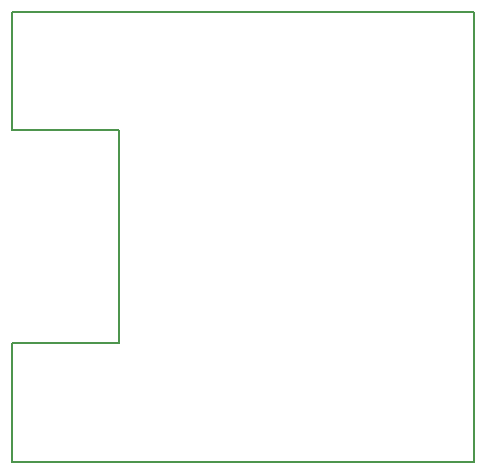
<source format=gko>
G04*
G04 #@! TF.GenerationSoftware,Altium Limited,Altium Designer,21.0.8 (223)*
G04*
G04 Layer_Color=16711935*
%FSLAX25Y25*%
%MOIN*%
G70*
G04*
G04 #@! TF.SameCoordinates,86129925-6DC0-4F64-9783-D3B182DB2879*
G04*
G04*
G04 #@! TF.FilePolarity,Positive*
G04*
G01*
G75*
%ADD10C,0.00500*%
D10*
X56500Y156500D02*
Y196000D01*
Y156500D02*
X92000D01*
Y85500D02*
Y156500D01*
X56500Y85500D02*
X92000D01*
X56500Y84500D02*
Y85500D01*
Y46000D02*
Y84500D01*
Y196000D02*
X210500D01*
Y46000D02*
Y196000D01*
X56500Y46000D02*
X210500D01*
M02*

</source>
